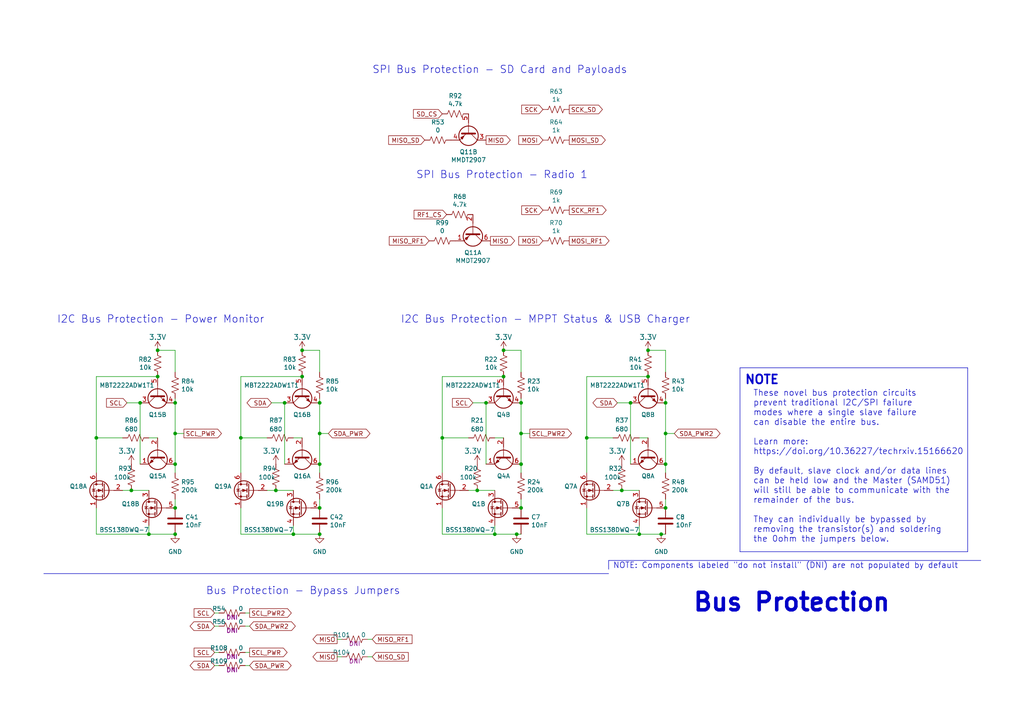
<source format=kicad_sch>
(kicad_sch (version 20231120) (generator "eeschema") (generator_version "8.0")
  (paper "A4")
  (title_block (title "PyCubed Mainboard") (date "2024-05-14") (rev "v06b") (company "Stanford Student Space Initiative") (comment 1 "Ethan Brinser"))
  (lib_symbols
    (symbol "Device:C" (pin_numbers hide) (pin_names (offset 0.254))
      (property "Reference" "C" (at 0.635 2.54 0))
      (property "Value" "C" (at 0.635 -2.54 0))
      (symbol "C_0_1"
        (polyline (pts (xy -2.032 -0.762) (xy 2.032 -0.762)) (stroke (width 0.508)))
        (polyline (pts (xy -2.032 0.762) (xy 2.032 0.762)) (stroke (width 0.508)))
      )
      (symbol "C_1_1"
        (pin passive line (at 0 3.81 270) (length 2.794) (name "~") (number "1"))
        (pin passive line (at 0 -3.81 90) (length 2.794) (name "~") (number "2"))
      )
    )
    (symbol "Device:R_US" (pin_numbers hide) (pin_names (offset 0))
      (property "Reference" "R" (at 2.54 0 90))
      (property "Value" "R_US" (at -2.54 0 90))
      (symbol "R_US_0_1"
        (polyline (pts (xy 0 -2.286) (xy 0 -2.54)))
        (polyline (pts (xy 0 2.286) (xy 0 2.54)))
        (polyline (pts (xy 0 -0.762) (xy 1.016 -1.143) (xy 0 -1.524) (xy -1.016 -1.905) (xy 0 -2.286)))
        (polyline (pts (xy 0 0.762) (xy 1.016 0.381) (xy 0 0) (xy -1.016 -0.381) (xy 0 -0.762)))
        (polyline (pts (xy 0 2.286) (xy 1.016 1.905) (xy 0 1.524) (xy -1.016 1.143) (xy 0 0.762)))
      )
      (symbol "R_US_1_1"
        (pin passive line (at 0 3.81 270) (length 1.27) (name "~") (number "1"))
        (pin passive line (at 0 -3.81 90) (length 1.27) (name "~") (number "2"))
      )
    )
    (symbol "Transistor_BJT:MBT2222ADW1T1" (pin_names (offset 0) hide)
      (property "Reference" "Q" (at 5.08 1.27 0))
      (property "Value" "MBT2222ADW1T1" (at 5.08 -1.27 0))
      (symbol "MBT2222ADW1T1_0_1"
        (polyline (pts (xy 0.635 0) (xy -2.54 0)))
        (polyline (pts (xy 0.635 0.635) (xy 2.54 2.54)))
        (polyline (pts (xy 0.635 -0.635) (xy 2.54 -2.54) (xy 2.54 -2.54)))
        (polyline (pts (xy 0.635 1.905) (xy 0.635 -1.905) (xy 0.635 -1.905)) (stroke (width 0.508)))
        (polyline (pts (xy 1.27 -1.778) (xy 1.778 -1.27) (xy 2.286 -2.286) (xy 1.27 -1.778) (xy 1.27 -1.778)) (fill (type outline)))
        (circle (center 1.27 0) (radius 2.8194) (stroke (width 0.254)))
      )
      (symbol "MBT2222ADW1T1_1_1"
        (pin passive line (at 2.54 -5.08 90) (length 2.54) (name "E1") (number "1"))
        (pin input line (at -5.08 0 0) (length 2.54) (name "B1") (number "2"))
        (pin passive line (at 2.54 5.08 270) (length 2.54) (name "C1") (number "6"))
      )
      (symbol "MBT2222ADW1T1_2_1"
        (pin passive line (at 2.54 5.08 270) (length 2.54) (name "C2") (number "3"))
        (pin passive line (at 2.54 -5.08 90) (length 2.54) (name "E2") (number "4"))
        (pin input line (at -5.08 0 0) (length 2.54) (name "B2") (number "5"))
      )
    )
    (symbol "power:+3.3V" (power) (pin_numbers hide) (pin_names (offset 0) hide)
      (property "Value" "+3.3V" (at 0 3.556 0))
      (symbol "+3.3V_0_1"
        (polyline (pts (xy -0.762 1.27) (xy 0 2.54)))
        (polyline (pts (xy 0 0) (xy 0 2.54)))
        (polyline (pts (xy 0 2.54) (xy 0.762 1.27)))
      )
      (symbol "+3.3V_1_1"
        (pin power_in line (at 0 0 90) (length 0) (name "~") (number "1"))
      )
    )
    (symbol "power:GND" (power) (pin_numbers hide) (pin_names (offset 0) hide)
      (property "Value" "GND" (at 0 -3.81 0))
      (symbol "GND_0_1"
        (polyline (pts (xy 0 0) (xy 0 -1.27) (xy 1.27 -1.27) (xy 0 -2.54) (xy -1.27 -1.27) (xy 0 -1.27)))
      )
      (symbol "GND_1_1"
        (pin power_in line (at 0 0 270) (length 0) (name "~") (number "1"))
      )
    )
    (symbol "ssi_transistor:BSS138DWQ-7" (pin_names (offset 0.762) hide)
      (property "Reference" "Q" (at -2.54 5.08 0))
      (property "Value" "BSS138DWQ-7" (at 3.81 6.35 0))
      (symbol "BSS138DWQ-7_1_1"
        (polyline (pts (xy -1.016 0) (xy -3.81 0)))
        (polyline (pts (xy -1.016 1.905) (xy -1.016 -1.905)) (stroke (width 0.254)))
        (polyline (pts (xy -0.508 -1.27) (xy -0.508 -2.286)) (stroke (width 0.254)))
        (polyline (pts (xy -0.508 0.508) (xy -0.508 -0.508)) (stroke (width 0.254)))
        (polyline (pts (xy -0.508 2.286) (xy -0.508 1.27)) (stroke (width 0.254)))
        (polyline (pts (xy 1.27 2.54) (xy 1.27 1.778)))
        (polyline (pts (xy 1.27 -2.54) (xy 1.27 0) (xy -0.508 0)))
        (polyline (pts (xy -0.508 -1.778) (xy 2.032 -1.778) (xy 2.032 1.778) (xy -0.508 1.778)))
        (polyline (pts (xy -0.254 0) (xy 0.762 0.381) (xy 0.762 -0.381) (xy -0.254 0)) (fill (type outline)))
        (polyline (pts (xy 1.524 0.508) (xy 1.651 0.381) (xy 2.413 0.381) (xy 2.54 0.254)))
        (polyline (pts (xy 2.032 0.381) (xy 1.651 -0.254) (xy 2.413 -0.254) (xy 2.032 0.381)))
        (circle (center 0.381 0) (radius 2.794) (stroke (width 0.254)))
        (circle (center 1.27 -1.778) (radius 0.254) (fill (type outline)))
        (circle (center 1.27 1.778) (radius 0.254) (fill (type outline)))
        (pin passive line (at 1.27 -5.08 90) (length 2.54) (name "S2") (number "1"))
        (pin input line (at -6.35 0 0) (length 2.54) (name "G2") (number "2"))
        (pin passive line (at 1.27 5.08 270) (length 2.54) (name "D1") (number "6"))
      )
      (symbol "BSS138DWQ-7_2_1"
        (polyline (pts (xy -1.016 0) (xy -3.81 0)))
        (polyline (pts (xy -1.016 1.905) (xy -1.016 -1.905)) (stroke (width 0.254)))
        (polyline (pts (xy -0.508 -1.27) (xy -0.508 -2.286)) (stroke (width 0.254)))
        (polyline (pts (xy -0.508 0.508) (xy -0.508 -0.508)) (stroke (width 0.254)))
        (polyline (pts (xy -0.508 2.286) (xy -0.508 1.27)) (stroke (width 0.254)))
        (polyline (pts (xy 1.27 2.54) (xy 1.27 1.778)))
        (polyline (pts (xy 1.27 -2.54) (xy 1.27 0) (xy -0.508 0)))
        (polyline (pts (xy -0.508 -1.778) (xy 2.032 -1.778) (xy 2.032 1.778) (xy -0.508 1.778)))
        (polyline (pts (xy -0.254 0) (xy 0.762 0.381) (xy 0.762 -0.381) (xy -0.254 0)) (fill (type outline)))
        (polyline (pts (xy 1.524 0.508) (xy 1.651 0.381) (xy 2.413 0.381) (xy 2.54 0.254)))
        (polyline (pts (xy 2.032 0.381) (xy 1.651 -0.254) (xy 2.413 -0.254) (xy 2.032 0.381)))
        (circle (center 0.381 0) (radius 2.794) (stroke (width 0.254)))
        (circle (center 1.27 -1.778) (radius 0.254) (fill (type outline)))
        (circle (center 1.27 1.778) (radius 0.254) (fill (type outline)))
        (pin passive line (at 1.27 5.08 270) (length 2.54) (name "D2") (number "3"))
        (pin passive line (at 1.27 -5.08 90) (length 2.54) (name "S1") (number "4"))
        (pin input line (at -6.35 0 0) (length 2.54) (name "G1") (number "5"))
      )
    )
    (symbol "ssi_transistor:MMDT2907" (pin_names (offset 0) hide)
      (property "Reference" "Q" (at 5.08 1.27 0))
      (property "Value" "MMDT2907" (at 5.08 -1.27 0))
      (symbol "MMDT2907_0_1"
        (polyline (pts (xy 0.635 0) (xy -2.54 0)))
        (polyline (pts (xy 0.635 0.635) (xy 2.54 2.54)))
        (polyline (pts (xy 0.635 -0.635) (xy 2.54 -2.54) (xy 2.54 -2.54)))
        (polyline (pts (xy 0.635 1.905) (xy 0.635 -1.905) (xy 0.635 -1.905)) (stroke (width 0.508)))
        (polyline (pts (xy 2.286 -1.778) (xy 1.778 -2.286) (xy 1.27 -1.27) (xy 2.286 -1.778) (xy 2.286 -1.778)) (fill (type outline)))
        (circle (center 1.27 0) (radius 2.8194) (stroke (width 0.254)))
      )
      (symbol "MMDT2907_1_1"
        (pin passive line (at 2.54 -5.08 90) (length 2.54) (name "E1") (number "1"))
        (pin input line (at -5.08 0 0) (length 2.54) (name "B1") (number "2"))
        (pin passive line (at 2.54 5.08 270) (length 2.54) (name "C1") (number "6"))
      )
      (symbol "MMDT2907_2_1"
        (pin passive line (at 2.54 5.08 270) (length 2.54) (name "C2") (number "3"))
        (pin passive line (at 2.54 -5.08 90) (length 2.54) (name "E2") (number "4"))
        (pin input line (at -5.08 0 0) (length 2.54) (name "B2") (number "5"))
      )
    )
  )
  (junction (at 92.71 125.73))
  (junction (at 140.97 116.84))
  (junction (at 50.8 116.84))
  (junction (at 92.71 116.84))
  (junction (at 92.71 147.32))
  (junction (at 187.96 109.22))
  (junction (at 193.04 147.32))
  (junction (at 38.1 142.24))
  (junction (at 80.01 142.24))
  (junction (at 146.05 109.22))
  (junction (at 193.04 116.84))
  (junction (at 149.86 154.94))
  (junction (at 50.8 125.73))
  (junction (at 128.27 127))
  (junction (at 151.13 134.62))
  (junction (at 170.18 127))
  (junction (at 191.77 154.94))
  (junction (at 151.13 116.84))
  (junction (at 92.71 154.94))
  (junction (at 87.63 109.22))
  (junction (at 92.71 134.62))
  (junction (at 87.63 101.6))
  (junction (at 69.85 127))
  (junction (at 82.55 116.84))
  (junction (at 138.43 142.24))
  (junction (at 40.64 116.84))
  (junction (at 151.13 147.32))
  (junction (at 50.8 154.94))
  (junction (at 180.34 142.24))
  (junction (at 45.72 101.6))
  (junction (at 45.72 109.22))
  (junction (at 187.96 101.6))
  (junction (at 193.04 134.62))
  (junction (at 50.8 134.62))
  (junction (at 193.04 125.73))
  (junction (at 85.09 154.94))
  (junction (at 143.51 154.94))
  (junction (at 182.88 116.84))
  (junction (at 151.13 125.73))
  (junction (at 185.42 154.94))
  (junction (at 43.18 154.94))
  (junction (at 146.05 101.6))
  (junction (at 50.8 147.32))
  (junction (at 27.94 127))
  (wire (pts (xy 128.27 147.32) (xy 128.27 154.94)))
  (wire (pts (xy 151.13 115.57) (xy 151.13 116.84)))
  (polyline (pts (xy 176.53 165.1) (xy 176.53 162.56)))
  (wire (pts (xy 193.04 115.57) (xy 193.04 116.84)))
  (wire (pts (xy 170.18 127) (xy 170.18 109.22)))
  (wire (pts (xy 128.27 154.94) (xy 143.51 154.94)))
  (wire (pts (xy 92.71 101.6) (xy 87.63 101.6)))
  (wire (pts (xy 107.95 185.42) (xy 106.68 185.42)))
  (wire (pts (xy 153.67 125.73) (xy 151.13 125.73)))
  (wire (pts (xy 50.8 137.16) (xy 50.8 134.62)))
  (wire (pts (xy 137.16 116.84) (xy 140.97 116.84)))
  (wire (pts (xy 170.18 109.22) (xy 187.96 109.22)))
  (wire (pts (xy 69.85 137.16) (xy 69.85 127)))
  (wire (pts (xy 180.34 142.24) (xy 177.8 142.24)))
  (wire (pts (xy 185.42 154.94) (xy 191.77 154.94)))
  (wire (pts (xy 62.23 177.8) (xy 63.5 177.8)))
  (wire (pts (xy 50.8 134.62) (xy 50.8 125.73)))
  (wire (pts (xy 38.1 142.24) (xy 35.56 142.24)))
  (wire (pts (xy 128.27 127) (xy 135.89 127)))
  (wire (pts (xy 107.95 190.5) (xy 106.68 190.5)))
  (wire (pts (xy 92.71 144.78) (xy 92.71 147.32)))
  (wire (pts (xy 151.13 107.95) (xy 151.13 101.6)))
  (wire (pts (xy 36.83 116.84) (xy 40.64 116.84)))
  (wire (pts (xy 85.09 152.4) (xy 85.09 154.94)))
  (wire (pts (xy 27.94 137.16) (xy 27.94 127)))
  (wire (pts (xy 27.94 127) (xy 27.94 109.22)))
  (wire (pts (xy 193.04 144.78) (xy 193.04 147.32)))
  (wire (pts (xy 138.43 142.24) (xy 135.89 142.24)))
  (wire (pts (xy 72.39 193.04) (xy 71.12 193.04)))
  (wire (pts (xy 151.13 125.73) (xy 151.13 116.84)))
  (wire (pts (xy 146.05 127) (xy 143.51 127)))
  (wire (pts (xy 170.18 137.16) (xy 170.18 127)))
  (wire (pts (xy 143.51 152.4) (xy 143.51 154.94)))
  (wire (pts (xy 151.13 144.78) (xy 151.13 147.32)))
  (wire (pts (xy 170.18 147.32) (xy 170.18 154.94)))
  (wire (pts (xy 193.04 101.6) (xy 187.96 101.6)))
  (wire (pts (xy 62.23 193.04) (xy 63.5 193.04)))
  (wire (pts (xy 80.01 142.24) (xy 77.47 142.24)))
  (wire (pts (xy 85.09 142.24) (xy 80.01 142.24)))
  (polyline (pts (xy 280.67 160.02) (xy 280.67 106.68)))
  (wire (pts (xy 45.72 127) (xy 43.18 127)))
  (wire (pts (xy 193.04 134.62) (xy 193.04 125.73)))
  (polyline (pts (xy 280.67 106.68) (xy 214.63 106.68)))
  (wire (pts (xy 69.85 127) (xy 69.85 109.22)))
  (wire (pts (xy 69.85 127) (xy 77.47 127)))
  (wire (pts (xy 97.79 190.5) (xy 99.06 190.5)))
  (wire (pts (xy 69.85 109.22) (xy 87.63 109.22)))
  (wire (pts (xy 43.18 142.24) (xy 38.1 142.24)))
  (wire (pts (xy 50.8 144.78) (xy 50.8 147.32)))
  (wire (pts (xy 185.42 152.4) (xy 185.42 154.94)))
  (wire (pts (xy 140.97 116.84) (xy 140.97 134.62)))
  (polyline (pts (xy 176.53 162.56) (xy 284.48 162.56)))
  (wire (pts (xy 195.58 125.73) (xy 193.04 125.73)))
  (wire (pts (xy 149.86 154.94) (xy 151.13 154.94)))
  (wire (pts (xy 151.13 134.62) (xy 151.13 125.73)))
  (polyline (pts (xy 214.63 106.68) (xy 214.63 160.02)))
  (wire (pts (xy 193.04 125.73) (xy 193.04 116.84)))
  (wire (pts (xy 128.27 137.16) (xy 128.27 127)))
  (wire (pts (xy 92.71 107.95) (xy 92.71 101.6)))
  (wire (pts (xy 72.39 181.61) (xy 71.12 181.61)))
  (wire (pts (xy 50.8 115.57) (xy 50.8 116.84)))
  (wire (pts (xy 97.79 185.42) (xy 99.06 185.42)))
  (wire (pts (xy 40.64 116.84) (xy 40.64 134.62)))
  (wire (pts (xy 193.04 137.16) (xy 193.04 134.62)))
  (wire (pts (xy 185.42 142.24) (xy 180.34 142.24)))
  (wire (pts (xy 151.13 137.16) (xy 151.13 134.62)))
  (wire (pts (xy 72.39 189.23) (xy 71.12 189.23)))
  (wire (pts (xy 92.71 115.57) (xy 92.71 116.84)))
  (wire (pts (xy 69.85 154.94) (xy 85.09 154.94)))
  (wire (pts (xy 27.94 147.32) (xy 27.94 154.94)))
  (wire (pts (xy 27.94 109.22) (xy 45.72 109.22)))
  (wire (pts (xy 72.39 177.8) (xy 71.12 177.8)))
  (wire (pts (xy 27.94 154.94) (xy 43.18 154.94)))
  (wire (pts (xy 92.71 137.16) (xy 92.71 134.62)))
  (wire (pts (xy 85.09 154.94) (xy 92.71 154.94)))
  (wire (pts (xy 62.23 181.61) (xy 63.5 181.61)))
  (wire (pts (xy 182.88 116.84) (xy 182.88 134.62)))
  (wire (pts (xy 50.8 107.95) (xy 50.8 101.6)))
  (wire (pts (xy 128.27 127) (xy 128.27 109.22)))
  (wire (pts (xy 95.25 125.73) (xy 92.71 125.73)))
  (wire (pts (xy 43.18 152.4) (xy 43.18 154.94)))
  (wire (pts (xy 78.74 116.84) (xy 82.55 116.84)))
  (wire (pts (xy 151.13 101.6) (xy 146.05 101.6)))
  (wire (pts (xy 92.71 125.73) (xy 92.71 116.84)))
  (wire (pts (xy 170.18 154.94) (xy 185.42 154.94)))
  (polyline (pts (xy 12.7 166.37) (xy 176.53 166.37)))
  (wire (pts (xy 170.18 127) (xy 177.8 127)))
  (wire (pts (xy 143.51 142.24) (xy 138.43 142.24)))
  (wire (pts (xy 128.27 109.22) (xy 146.05 109.22)))
  (wire (pts (xy 69.85 147.32) (xy 69.85 154.94)))
  (wire (pts (xy 53.34 125.73) (xy 50.8 125.73)))
  (wire (pts (xy 82.55 116.84) (xy 82.55 134.62)))
  (wire (pts (xy 50.8 125.73) (xy 50.8 116.84)))
  (wire (pts (xy 50.8 101.6) (xy 45.72 101.6)))
  (wire (pts (xy 193.04 107.95) (xy 193.04 101.6)))
  (wire (pts (xy 43.18 154.94) (xy 50.8 154.94)))
  (wire (pts (xy 87.63 127) (xy 85.09 127)))
  (polyline (pts (xy 214.63 160.02) (xy 280.67 160.02)))
  (wire (pts (xy 62.23 189.23) (xy 63.5 189.23)))
  (wire (pts (xy 143.51 154.94) (xy 149.86 154.94)))
  (wire (pts (xy 187.96 127) (xy 185.42 127)))
  (wire (pts (xy 27.94 127) (xy 35.56 127)))
  (wire (pts (xy 92.71 134.62) (xy 92.71 125.73)))
  (wire (pts (xy 179.07 116.84) (xy 182.88 116.84)))
  (wire (pts (xy 191.77 154.94) (xy 193.04 154.94)))
  (text "Bus Protection - Bypass Jumpers" (at 59.69 172.72 0) (effects (font (size 2.159 2.159)) (justify left bottom)))
  (text "I2C Bus Protection - MPPT Status & USB Charger" (at 116.205 93.98 0) (effects (font (size 2.159 2.159)) (justify left bottom)))
  (text "SPI Bus Protection - Radio 1" (at 120.65 52.07 0) (effects (font (size 2.159 2.159)) (justify left bottom)))
  (text "These novel bus protection circuits\nprevent traditional I2C/SPI failure \nmodes where a single slave failure\ncan disable the entire bus.\n\nLearn more: \nhttps://doi.org/10.36227/techrxiv.15166620\n\nBy default, slave clock and/or data lines \ncan be held low and the Master (SAMD51) \nwill still be able to communicate with the \nremainder of the bus.\n\nThey can individually be bypassed by \nremoving the transistor(s) and soldering\nthe 0ohm the jumpers below." (at 218.44 157.48 0) (effects (font (size 1.7526 1.7526)) (justify left bottom)))
  (text "SPI Bus Protection - SD Card and Payloads" (at 107.95 21.59 0) (effects (font (size 2.159 2.159)) (justify left bottom)))
  (text "NOTE: Components labeled \"do not install\" (DNI) are not populated by default" (at 177.8 165.1 0) (effects (font (size 1.651 1.651)) (justify left bottom)))
  (text "Bus Protection" (at 200.66 177.8 0) (effects (font (size 5.08 5.08) (thickness 1.016) (bold yes)) (justify left bottom)))
  (text "NOTE" (at 215.9 111.76 0) (effects (font (size 2.54 2.54) (thickness 0.508) (bold yes)) (justify left bottom)))
  (text "I2C Bus Protection - Power Monitor" (at 16.51 93.98 0) (effects (font (size 2.159 2.159)) (justify left bottom)))
  (global_label "SCL" (shape input) (at 137.16 116.84 180) (property "Intersheetrefs" "${INTERSHEET_REFS}" (effects (hide yes))))
  (global_label "MISO_SD" (shape input) (at 107.95 190.5 0) (property "Intersheetrefs" "${INTERSHEET_REFS}" (effects (hide yes))))
  (global_label "SDA_PWR2" (shape bidirectional) (at 195.58 125.73 0) (property "Intersheetrefs" "${INTERSHEET_REFS}" (effects (hide yes))))
  (global_label "MISO_SD" (shape input) (at 123.19 40.64 180) (property "Intersheetrefs" "${INTERSHEET_REFS}" (effects (hide yes))))
  (global_label "SDA" (shape bidirectional) (at 62.23 181.61 180) (property "Intersheetrefs" "${INTERSHEET_REFS}" (effects (hide yes))))
  (global_label "SCK_RF1" (shape output) (at 165.1 60.96 0) (property "Intersheetrefs" "${INTERSHEET_REFS}" (effects (hide yes))))
  (global_label "SD_CS" (shape input) (at 128.27 33.02 180) (property "Intersheetrefs" "${INTERSHEET_REFS}" (effects (hide yes))))
  (global_label "SCK" (shape input) (at 157.48 60.96 180) (property "Intersheetrefs" "${INTERSHEET_REFS}" (effects (hide yes))))
  (global_label "SCL_PWR" (shape output) (at 72.39 189.23 0) (property "Intersheetrefs" "${INTERSHEET_REFS}" (effects (hide yes))))
  (global_label "MISO" (shape output) (at 97.79 190.5 180) (property "Intersheetrefs" "${INTERSHEET_REFS}" (effects (hide yes))))
  (global_label "SCK" (shape input) (at 157.48 31.75 180) (property "Intersheetrefs" "${INTERSHEET_REFS}" (effects (hide yes))))
  (global_label "MOSI_SD" (shape output) (at 165.1 40.64 0) (property "Intersheetrefs" "${INTERSHEET_REFS}" (effects (hide yes))))
  (global_label "SCL_PWR2" (shape output) (at 153.67 125.73 0) (property "Intersheetrefs" "${INTERSHEET_REFS}" (effects (hide yes))))
  (global_label "MISO_RF1" (shape input) (at 124.46 69.85 180) (property "Intersheetrefs" "${INTERSHEET_REFS}" (effects (hide yes))))
  (global_label "SCK_SD" (shape output) (at 165.1 31.75 0) (property "Intersheetrefs" "${INTERSHEET_REFS}" (effects (hide yes))))
  (global_label "MOSI_RF1" (shape output) (at 165.1 69.85 0) (property "Intersheetrefs" "${INTERSHEET_REFS}" (effects (hide yes))))
  (global_label "SCL" (shape input) (at 62.23 177.8 180) (property "Intersheetrefs" "${INTERSHEET_REFS}" (effects (hide yes))))
  (global_label "SDA" (shape bidirectional) (at 179.07 116.84 180) (property "Intersheetrefs" "${INTERSHEET_REFS}" (effects (hide yes))))
  (global_label "SDA" (shape bidirectional) (at 78.74 116.84 180) (property "Intersheetrefs" "${INTERSHEET_REFS}" (effects (hide yes))))
  (global_label "RF1_CS" (shape input) (at 129.54 62.23 180) (property "Intersheetrefs" "${INTERSHEET_REFS}" (effects (hide yes))))
  (global_label "MISO" (shape output) (at 142.24 69.85 0) (property "Intersheetrefs" "${INTERSHEET_REFS}" (effects (hide yes))))
  (global_label "SCL_PWR2" (shape output) (at 72.39 177.8 0) (property "Intersheetrefs" "${INTERSHEET_REFS}" (effects (hide yes))))
  (global_label "MISO" (shape output) (at 140.97 40.64 0) (property "Intersheetrefs" "${INTERSHEET_REFS}" (effects (hide yes))))
  (global_label "MOSI" (shape input) (at 157.48 40.64 180) (property "Intersheetrefs" "${INTERSHEET_REFS}" (effects (hide yes))))
  (global_label "MISO" (shape output) (at 97.79 185.42 180) (property "Intersheetrefs" "${INTERSHEET_REFS}" (effects (hide yes))))
  (global_label "SCL" (shape input) (at 62.23 189.23 180) (property "Intersheetrefs" "${INTERSHEET_REFS}" (effects (hide yes))))
  (global_label "SCL" (shape input) (at 36.83 116.84 180) (property "Intersheetrefs" "${INTERSHEET_REFS}" (effects (hide yes))))
  (global_label "SDA_PWR" (shape bidirectional) (at 95.25 125.73 0) (property "Intersheetrefs" "${INTERSHEET_REFS}" (effects (hide yes))))
  (global_label "SCL_PWR" (shape output) (at 53.34 125.73 0) (property "Intersheetrefs" "${INTERSHEET_REFS}" (effects (hide yes))))
  (global_label "SDA_PWR" (shape bidirectional) (at 72.39 193.04 0) (property "Intersheetrefs" "${INTERSHEET_REFS}" (effects (hide yes))))
  (global_label "MOSI" (shape input) (at 157.48 69.85 180) (property "Intersheetrefs" "${INTERSHEET_REFS}" (effects (hide yes))))
  (global_label "MISO_RF1" (shape input) (at 107.95 185.42 0) (property "Intersheetrefs" "${INTERSHEET_REFS}" (effects (hide yes))))
  (global_label "SDA" (shape bidirectional) (at 62.23 193.04 180) (property "Intersheetrefs" "${INTERSHEET_REFS}" (effects (hide yes))))
  (global_label "SDA_PWR2" (shape bidirectional) (at 72.39 181.61 0) (property "Intersheetrefs" "${INTERSHEET_REFS}" (effects (hide yes))))
  (symbol (lib_id "Transistor_BJT:MBT2222ADW1T1") (at 45.72 114.3 90) (mirror x) (unit 2)
    (property "Reference" "Q15" (at 45.72 120.269 90))
    (property "Value" "MBT2222ADW1T1" (at 36.83 111.76 90))
    (property "Footprint" "Package_TO_SOT_SMD:SOT-363_SC-70-6" (effects (hide yes)))
    (property "Datasheet" "http://www.onsemi.com/pub_link/Collateral/MBT2222ADW1T1-D.PDF" (effects (hide yes)))
    (property "Description" "Dual NPN BJT - 2NPN" (effects (hide yes)))
    (property "Flight" "MBT2222ADW1T1G" (effects (hide yes)))
    (property "Manufacturer_Name" "ON Semiconductor" (effects (hide yes)))
    (property "Manufacturer_Part_Number" "MBT2222ADW1T1G" (effects (hide yes)))
    (property "Proto" "MBT2222ADW1T1G" (effects (hide yes)))
  )
  (symbol (lib_id "Device:C") (at 50.8 151.13 0) (unit 1)
    (property "Reference" "C41" (at 53.721 149.9616 0) (effects (justify left)))
    (property "Value" "10nF" (at 53.721 152.273 0) (effects (justify left)))
    (property "Footprint" "Capacitor_SMD:C_0603_1608Metric" (effects (hide yes)))
    (property "Description" "10nF +-10% 50V X7R" (effects (hide yes)))
  )
  (symbol (lib_id "Device:R_US") (at 45.72 105.41 0) (unit 1)
    (property "Reference" "R82" (at 44.0182 104.2416 0) (effects (justify right)))
    (property "Value" "10k" (at 44.0182 106.553 0) (effects (justify right)))
    (property "Footprint" "Resistor_SMD:R_0603_1608Metric" (effects (hide yes)))
    (property "Description" "10K 0603" (effects (hide yes)))
  )
  (symbol (lib_id "power:+3.3V") (at 45.72 101.6 0) (unit 1)
    (property "Reference" "#P+012" (effects (hide yes)))
    (property "Value" "3.3V" (at 45.72 97.79 0) (effects (font (size 1.4986 1.4986))))
    (property "Description" "Power symbol creates a global label with name \"+3.3V\"" (effects (hide yes)))
  )
  (symbol (lib_id "Device:R_US") (at 39.37 127 270) (unit 1)
    (property "Reference" "R86" (at 38.1 121.92 90))
    (property "Value" "680" (at 38.1 124.46 90))
    (property "Footprint" "Resistor_SMD:R_0603_1608Metric" (effects (hide yes)))
    (property "Description" "680 0603" (effects (hide yes)))
  )
  (symbol (lib_id "ssi_transistor:BSS138DWQ-7") (at 44.45 147.32 0) (mirror y) (unit 2)
    (property "Reference" "Q18" (at 40.513 146.1516 0) (effects (justify left)))
    (property "Value" "BSS138DWQ-7" (effects (hide yes)))
    (property "Footprint" "ssi_transistor:BSS138DWQ-7" (effects (hide yes)))
    (property "Datasheet" "https://www.diodes.com/assets/Datasheets/BSS138DWQ.pdf" (effects (hide yes)))
    (property "Description" "MOSFET BSS Family" (effects (hide yes)))
    (property "Flight" "BSS138DWQ-7" (effects (hide yes)))
    (property "Manufacturer_Name" "Diodes Inc." (effects (hide yes)))
    (property "Manufacturer_Part_Number" "BSS138DWQ-7" (effects (hide yes)))
    (property "Proto" "BSS138DWQ-7" (effects (hide yes)))
    (property "Height" "1.1" (effects (hide yes)))
    (property "Mouser Part Number" "621-BSS138DWQ-7" (effects (hide yes)))
    (property "Mouser Price/Stock" "https://www.mouser.co.uk/ProductDetail/Diodes-Incorporated/BSS138DWQ-7?qs=nJRy1mI8RR9wz3YdMQOQIA%3D%3D" (effects (hide yes)))
  )
  (symbol (lib_id "Device:R_US") (at 50.8 140.97 0) (unit 1)
    (property "Reference" "R95" (at 52.5272 139.8016 0) (effects (justify left)))
    (property "Value" "200k" (at 52.5272 142.113 0) (effects (justify left)))
    (property "Footprint" "Resistor_SMD:R_0603_1608Metric" (effects (hide yes)))
    (property "Description" "200K 0603" (effects (hide yes)))
  )
  (symbol (lib_id "power:+3.3V") (at 38.1 134.62 0) (unit 1)
    (property "Reference" "#P+017" (effects (hide yes)))
    (property "Value" "3.3V" (at 36.83 130.81 0) (effects (font (size 1.4986 1.4986))))
    (property "Description" "Power symbol creates a global label with name \"+3.3V\"" (effects (hide yes)))
  )
  (symbol (lib_id "Device:R_US") (at 38.1 138.43 0) (unit 1)
    (property "Reference" "R93" (at 34.29 135.89 0) (effects (justify left)))
    (property "Value" "100k" (at 33.02 138.43 0) (effects (justify left)))
    (property "Footprint" "Resistor_SMD:R_0603_1608Metric" (effects (hide yes)))
    (property "Description" "100K 0603" (effects (hide yes)))
  )
  (symbol (lib_id "ssi_transistor:BSS138DWQ-7") (at 29.21 142.24 0) (mirror y) (unit 1)
    (property "Reference" "Q18" (at 25.273 141.0716 0) (effects (justify left)))
    (property "Value" "BSS138DWQ-7" (at 43.18 153.67 0) (effects (justify left)))
    (property "Footprint" "ssi_transistor:BSS138DWQ-7" (effects (hide yes)))
    (property "Datasheet" "https://www.diodes.com/assets/Datasheets/BSS138DWQ.pdf" (effects (hide yes)))
    (property "Description" "MOSFET BSS Family" (effects (hide yes)))
    (property "Flight" "BSS138DWQ-7" (effects (hide yes)))
    (property "Manufacturer_Name" "Diodes Inc." (effects (hide yes)))
    (property "Manufacturer_Part_Number" "BSS138DWQ-7" (effects (hide yes)))
    (property "Proto" "BSS138DWQ-7" (effects (hide yes)))
    (property "Height" "1.1" (effects (hide yes)))
    (property "Mouser Part Number" "621-BSS138DWQ-7" (effects (hide yes)))
    (property "Mouser Price/Stock" "https://www.mouser.co.uk/ProductDetail/Diodes-Incorporated/BSS138DWQ-7?qs=nJRy1mI8RR9wz3YdMQOQIA%3D%3D" (effects (hide yes)))
  )
  (symbol (lib_id "Device:R_US") (at 50.8 111.76 0) (unit 1)
    (property "Reference" "R84" (at 52.5272 110.5916 0) (effects (justify left)))
    (property "Value" "10k" (at 52.5272 112.903 0) (effects (justify left)))
    (property "Footprint" "Resistor_SMD:R_0603_1608Metric" (effects (hide yes)))
    (property "Description" "10K 0603" (effects (hide yes)))
  )
  (symbol (lib_id "Transistor_BJT:MBT2222ADW1T1") (at 87.63 114.3 90) (mirror x) (unit 2)
    (property "Reference" "Q16" (at 87.63 120.269 90))
    (property "Value" "MBT2222ADW1T1" (at 78.74 111.76 90))
    (property "Footprint" "Package_TO_SOT_SMD:SOT-363_SC-70-6" (effects (hide yes)))
    (property "Datasheet" "http://www.onsemi.com/pub_link/Collateral/MBT2222ADW1T1-D.PDF" (effects (hide yes)))
    (property "Description" "Dual NPN BJT - 2NPN" (effects (hide yes)))
    (property "Flight" "MBT2222ADW1T1G" (effects (hide yes)))
    (property "Manufacturer_Name" "ON Semiconductor" (effects (hide yes)))
    (property "Manufacturer_Part_Number" "MBT2222ADW1T1G" (effects (hide yes)))
    (property "Proto" "MBT2222ADW1T1G" (effects (hide yes)))
  )
  (symbol (lib_id "Device:C") (at 92.71 151.13 0) (unit 1)
    (property "Reference" "C42" (at 95.631 149.9616 0) (effects (justify left)))
    (property "Value" "10nF" (at 95.631 152.273 0) (effects (justify left)))
    (property "Footprint" "Capacitor_SMD:C_0603_1608Metric" (effects (hide yes)))
    (property "Description" "10nF +-10% 50V X7R" (effects (hide yes)))
  )
  (symbol (lib_id "Device:R_US") (at 87.63 105.41 0) (unit 1)
    (property "Reference" "R83" (at 85.9282 104.2416 0) (effects (justify right)))
    (property "Value" "10k" (at 85.9282 106.553 0) (effects (justify right)))
    (property "Footprint" "Resistor_SMD:R_0603_1608Metric" (effects (hide yes)))
    (property "Description" "10K 0603" (effects (hide yes)))
  )
  (symbol (lib_id "power:+3.3V") (at 87.63 101.6 0) (unit 1)
    (property "Reference" "#P+013" (effects (hide yes)))
    (property "Value" "3.3V" (at 87.63 97.79 0) (effects (font (size 1.4986 1.4986))))
    (property "Description" "Power symbol creates a global label with name \"+3.3V\"" (effects (hide yes)))
  )
  (symbol (lib_id "Device:R_US") (at 81.28 127 270) (unit 1)
    (property "Reference" "R87" (at 80.01 121.92 90))
    (property "Value" "680" (at 80.01 124.46 90))
    (property "Footprint" "Resistor_SMD:R_0603_1608Metric" (effects (hide yes)))
    (property "Description" "680 0603" (effects (hide yes)))
  )
  (symbol (lib_id "ssi_transistor:BSS138DWQ-7") (at 86.36 147.32 0) (mirror y) (unit 2)
    (property "Reference" "Q19" (at 82.423 146.1516 0) (effects (justify left)))
    (property "Value" "BSS138DWQ-7" (effects (hide yes)))
    (property "Footprint" "ssi_transistor:BSS138DWQ-7" (effects (hide yes)))
    (property "Datasheet" "https://www.diodes.com/assets/Datasheets/BSS138DWQ.pdf" (effects (hide yes)))
    (property "Description" "MOSFET BSS Family" (effects (hide yes)))
    (property "Flight" "BSS138DWQ-7" (effects (hide yes)))
    (property "Manufacturer_Name" "Diodes Inc." (effects (hide yes)))
    (property "Manufacturer_Part_Number" "BSS138DWQ-7" (effects (hide yes)))
    (property "Proto" "BSS138DWQ-7" (effects (hide yes)))
    (property "Height" "1.1" (effects (hide yes)))
    (property "Mouser Part Number" "621-BSS138DWQ-7" (effects (hide yes)))
    (property "Mouser Price/Stock" "https://www.mouser.co.uk/ProductDetail/Diodes-Incorporated/BSS138DWQ-7?qs=nJRy1mI8RR9wz3YdMQOQIA%3D%3D" (effects (hide yes)))
  )
  (symbol (lib_id "Device:R_US") (at 92.71 140.97 0) (unit 1)
    (property "Reference" "R96" (at 94.4372 139.8016 0) (effects (justify left)))
    (property "Value" "200k" (at 94.4372 142.113 0) (effects (justify left)))
    (property "Footprint" "Resistor_SMD:R_0603_1608Metric" (effects (hide yes)))
    (property "Description" "200K 0603" (effects (hide yes)))
  )
  (symbol (lib_id "power:+3.3V") (at 80.01 134.62 0) (unit 1)
    (property "Reference" "#P+018" (effects (hide yes)))
    (property "Value" "3.3V" (at 78.74 130.81 0) (effects (font (size 1.4986 1.4986))))
    (property "Description" "Power symbol creates a global label with name \"+3.3V\"" (effects (hide yes)))
  )
  (symbol (lib_id "Device:R_US") (at 80.01 138.43 0) (unit 1)
    (property "Reference" "R94" (at 76.2 135.89 0) (effects (justify left)))
    (property "Value" "100k" (at 74.93 138.43 0) (effects (justify left)))
    (property "Footprint" "Resistor_SMD:R_0603_1608Metric" (effects (hide yes)))
    (property "Description" "100K 0603" (effects (hide yes)))
  )
  (symbol (lib_id "ssi_transistor:BSS138DWQ-7") (at 71.12 142.24 0) (mirror y) (unit 1)
    (property "Reference" "Q19" (at 67.183 141.0716 0) (effects (justify left)))
    (property "Value" "BSS138DWQ-7" (at 85.09 153.67 0) (effects (justify left)))
    (property "Footprint" "ssi_transistor:BSS138DWQ-7" (effects (hide yes)))
    (property "Datasheet" "https://www.diodes.com/assets/Datasheets/BSS138DWQ.pdf" (effects (hide yes)))
    (property "Description" "MOSFET BSS Family" (effects (hide yes)))
    (property "Flight" "BSS138DWQ-7" (effects (hide yes)))
    (property "Manufacturer_Name" "Diodes Inc." (effects (hide yes)))
    (property "Manufacturer_Part_Number" "BSS138DWQ-7" (effects (hide yes)))
    (property "Proto" "BSS138DWQ-7" (effects (hide yes)))
    (property "Height" "1.1" (effects (hide yes)))
    (property "Mouser Part Number" "621-BSS138DWQ-7" (effects (hide yes)))
    (property "Mouser Price/Stock" "https://www.mouser.co.uk/ProductDetail/Diodes-Incorporated/BSS138DWQ-7?qs=nJRy1mI8RR9wz3YdMQOQIA%3D%3D" (effects (hide yes)))
  )
  (symbol (lib_id "Device:R_US") (at 92.71 111.76 0) (unit 1)
    (property "Reference" "R85" (at 94.4372 110.5916 0) (effects (justify left)))
    (property "Value" "10k" (at 94.4372 112.903 0) (effects (justify left)))
    (property "Footprint" "Resistor_SMD:R_0603_1608Metric" (effects (hide yes)))
    (property "Description" "10K 0603" (effects (hide yes)))
  )
  (symbol (lib_id "Device:R_US") (at 133.35 62.23 270) (unit 1)
    (property "Reference" "R68" (at 133.35 57.023 90))
    (property "Value" "4.7k" (at 133.35 59.3344 90))
    (property "Footprint" "Resistor_SMD:R_0603_1608Metric" (effects (hide yes)))
    (property "Description" "4.7K 0603" (effects (hide yes)))
  )
  (symbol (lib_id "Device:R_US") (at 161.29 31.75 270) (unit 1)
    (property "Reference" "R63" (at 161.29 26.543 90))
    (property "Value" "1k" (at 161.29 28.8544 90))
    (property "Footprint" "Resistor_SMD:R_0603_1608Metric" (effects (hide yes)))
    (property "Description" "1K 0603" (effects (hide yes)))
  )
  (symbol (lib_id "Device:R_US") (at 161.29 60.96 270) (unit 1)
    (property "Reference" "R69" (at 161.29 55.753 90))
    (property "Value" "1k" (at 161.29 58.0644 90))
    (property "Footprint" "Resistor_SMD:R_0603_1608Metric" (effects (hide yes)))
    (property "Description" "1K 0603" (effects (hide yes)))
  )
  (symbol (lib_id "Device:R_US") (at 161.29 40.64 270) (unit 1)
    (property "Reference" "R64" (at 161.29 35.433 90))
    (property "Value" "1k" (at 161.29 37.7444 90))
    (property "Footprint" "Resistor_SMD:R_0603_1608Metric" (effects (hide yes)))
    (property "Description" "1K 0603" (effects (hide yes)))
  )
  (symbol (lib_id "Transistor_BJT:MBT2222ADW1T1") (at 45.72 132.08 270) (unit 1)
    (property "Reference" "Q15" (at 45.72 138.0744 90))
    (property "Value" "MBT2222ADW1T1" (effects (hide yes)))
    (property "Footprint" "Package_TO_SOT_SMD:SOT-363_SC-70-6" (effects (hide yes)))
    (property "Datasheet" "http://www.onsemi.com/pub_link/Collateral/MBT2222ADW1T1-D.PDF" (effects (hide yes)))
    (property "Description" "Dual NPN BJT - 2NPN" (effects (hide yes)))
    (property "Flight" "MBT2222ADW1T1G" (effects (hide yes)))
    (property "Manufacturer_Name" "ON Semiconductor" (effects (hide yes)))
    (property "Manufacturer_Part_Number" "MBT2222ADW1T1G" (effects (hide yes)))
    (property "Proto" "MBT2222ADW1T1G" (effects (hide yes)))
  )
  (symbol (lib_id "Transistor_BJT:MBT2222ADW1T1") (at 87.63 132.08 270) (unit 1)
    (property "Reference" "Q16" (at 87.63 138.0744 90))
    (property "Value" "MBT2222ADW1T1" (effects (hide yes)))
    (property "Footprint" "Package_TO_SOT_SMD:SOT-363_SC-70-6" (effects (hide yes)))
    (property "Datasheet" "http://www.onsemi.com/pub_link/Collateral/MBT2222ADW1T1-D.PDF" (effects (hide yes)))
    (property "Description" "Dual NPN BJT - 2NPN" (effects (hide yes)))
    (property "Flight" "MBT2222ADW1T1G" (effects (hide yes)))
    (property "Manufacturer_Name" "ON Semiconductor" (effects (hide yes)))
    (property "Manufacturer_Part_Number" "MBT2222ADW1T1G" (effects (hide yes)))
    (property "Proto" "MBT2222ADW1T1G" (effects (hide yes)))
  )
  (symbol (lib_id "Device:R_US") (at 67.31 193.04 270) (unit 1)
    (property "Reference" "R109" (at 63.5 191.77 90))
    (property "Value" "0" (at 69.85 191.77 90))
    (property "Footprint" "Resistor_SMD:R_0603_1608Metric" (effects (hide yes)))
    (property "Description" "0 0603" (effects (hide yes)))
    (property "DNI" "DNI" (at 67.31 194.31 90))
  )
  (symbol (lib_id "Device:R_US") (at 102.87 185.42 270) (unit 1)
    (property "Reference" "R101" (at 99.06 184.15 90))
    (property "Value" "0" (at 105.41 184.15 90))
    (property "Footprint" "Resistor_SMD:R_0603_1608Metric" (effects (hide yes)))
    (property "Description" "0 0603" (effects (hide yes)))
    (property "DNI" "DNI" (at 102.87 186.69 90))
  )
  (symbol (lib_id "Device:R_US") (at 102.87 190.5 270) (unit 1)
    (property "Reference" "R104" (at 99.06 189.23 90))
    (property "Value" "0" (at 105.41 189.23 90))
    (property "Footprint" "Resistor_SMD:R_0603_1608Metric" (effects (hide yes)))
    (property "Description" "0 0603" (effects (hide yes)))
    (property "DNI" "DNI" (at 102.87 191.77 90))
  )
  (symbol (lib_id "Device:R_US") (at 67.31 189.23 270) (unit 1)
    (property "Reference" "R108" (at 63.5 187.96 90))
    (property "Value" "0" (at 69.85 187.96 90))
    (property "Footprint" "Resistor_SMD:R_0603_1608Metric" (effects (hide yes)))
    (property "Description" "0 0603" (effects (hide yes)))
    (property "DNI" "DNI" (at 67.31 190.5 90))
  )
  (symbol (lib_id "Device:R_US") (at 128.27 69.85 270) (unit 1)
    (property "Reference" "R99" (at 128.27 64.643 90))
    (property "Value" "0" (at 128.27 66.9544 90))
    (property "Footprint" "Resistor_SMD:R_0603_1608Metric" (effects (hide yes)))
    (property "Description" "0 0603" (effects (hide yes)))
  )
  (symbol (lib_id "Device:R_US") (at 161.29 69.85 90) (unit 1)
    (property "Reference" "R70" (at 161.29 64.643 90))
    (property "Value" "1k" (at 161.29 66.9544 90))
    (property "Footprint" "Resistor_SMD:R_0603_1608Metric" (effects (hide yes)))
    (property "Description" "1K 0603" (effects (hide yes)))
  )
  (symbol (lib_id "Device:R_US") (at 127 40.64 270) (unit 1)
    (property "Reference" "R53" (at 127 35.433 90))
    (property "Value" "0" (at 127 37.7444 90))
    (property "Footprint" "Resistor_SMD:R_0603_1608Metric" (effects (hide yes)))
    (property "Description" "0 0603" (effects (hide yes)))
  )
  (symbol (lib_id "Device:R_US") (at 132.08 33.02 270) (unit 1)
    (property "Reference" "R92" (at 132.08 27.813 90))
    (property "Value" "4.7k" (at 132.08 30.1244 90))
    (property "Footprint" "Resistor_SMD:R_0603_1608Metric" (effects (hide yes)))
    (property "Description" "4.7k 0603" (effects (hide yes)))
  )
  (symbol (lib_id "ssi_transistor:MMDT2907") (at 137.16 67.31 270) (unit 1)
    (property "Reference" "Q11" (at 137.16 73.279 90))
    (property "Value" "MMDT2907" (at 137.16 75.5904 90))
    (property "Footprint" "Package_TO_SOT_SMD:SOT-363_SC-70-6" (effects (hide yes)))
    (property "Datasheet" "https://www.diodes.com/assets/Datasheets/MMDT2907AQ.pdf" (effects (hide yes)))
    (property "Description" "600mA IC, 60V Vce, Dual PNP/PNP Transistors, SOT-363" (effects (hide yes)))
    (property "Flight" "MMDT2907AQ-7-F" (effects (hide yes)))
    (property "Manufacturer_Name" "Diodes Incorporated" (effects (hide yes)))
    (property "Manufacturer_Part_Number" "MMDT2907AQ-7-F" (effects (hide yes)))
    (property "Proto" "MMDT2907A" (effects (hide yes)))
  )
  (symbol (lib_id "ssi_transistor:MMDT2907") (at 135.89 38.1 270) (unit 2)
    (property "Reference" "Q11" (at 135.89 44.069 90))
    (property "Value" "MMDT2907" (at 135.89 46.3804 90))
    (property "Footprint" "Package_TO_SOT_SMD:SOT-363_SC-70-6" (effects (hide yes)))
    (property "Datasheet" "https://www.diodes.com/assets/Datasheets/MMDT2907AQ.pdf" (effects (hide yes)))
    (property "Description" "600mA IC, 60V Vce, Dual PNP/PNP Transistors, SOT-363" (effects (hide yes)))
    (property "Flight" "MMDT2907AQ-7-F" (effects (hide yes)))
    (property "Manufacturer_Name" "Diodes Incorporated" (effects (hide yes)))
    (property "Manufacturer_Part_Number" "MMDT2907AQ-7-F" (effects (hide yes)))
    (property "Proto" "MMDT2907A" (effects (hide yes)))
  )
  (symbol (lib_id "Device:R_US") (at 67.31 177.8 270) (unit 1)
    (property "Reference" "R54" (at 63.5 176.53 90))
    (property "Value" "0" (at 69.85 176.53 90))
    (property "Footprint" "Resistor_SMD:R_0603_1608Metric" (effects (hide yes)))
    (property "Description" "0 0603" (effects (hide yes)))
    (property "DNI" "DNI" (at 67.31 179.07 90))
  )
  (symbol (lib_id "Transistor_BJT:MBT2222ADW1T1") (at 146.05 132.08 270) (unit 1)
    (property "Reference" "Q4" (at 146.05 138.0744 90))
    (property "Value" "MBT2222ADW1T1" (effects (hide yes)))
    (property "Footprint" "Package_TO_SOT_SMD:SOT-363_SC-70-6" (effects (hide yes)))
    (property "Datasheet" "http://www.onsemi.com/pub_link/Collateral/MBT2222ADW1T1-D.PDF" (effects (hide yes)))
    (property "Description" "Dual NPN BJT - 2NPN" (effects (hide yes)))
    (property "Flight" "MBT2222ADW1T1G" (effects (hide yes)))
    (property "Manufacturer_Name" "ON Semiconductor" (effects (hide yes)))
    (property "Manufacturer_Part_Number" "MBT2222ADW1T1G" (effects (hide yes)))
    (property "Proto" "MBT2222ADW1T1G" (effects (hide yes)))
  )
  (symbol (lib_id "Device:R_US") (at 193.04 111.76 0) (unit 1)
    (property "Reference" "R43" (at 194.7672 110.5916 0) (effects (justify left)))
    (property "Value" "10k" (at 194.7672 112.903 0) (effects (justify left)))
    (property "Footprint" "Resistor_SMD:R_0603_1608Metric" (effects (hide yes)))
    (property "Description" "10K 0603" (effects (hide yes)))
  )
  (symbol (lib_id "power:+3.3V") (at 180.34 134.62 0) (unit 1)
    (property "Reference" "#P+04" (effects (hide yes)))
    (property "Value" "3.3V" (at 179.07 130.81 0) (effects (font (size 1.4986 1.4986))))
    (property "Description" "Power symbol creates a global label with name \"+3.3V\"" (effects (hide yes)))
  )
  (symbol (lib_id "power:+3.3V") (at 138.43 134.62 0) (unit 1)
    (property "Reference" "#P+02" (effects (hide yes)))
    (property "Value" "3.3V" (at 137.16 130.81 0) (effects (font (size 1.4986 1.4986))))
    (property "Description" "Power symbol creates a global label with name \"+3.3V\"" (effects (hide yes)))
  )
  (symbol (lib_id "ssi_transistor:BSS138DWQ-7") (at 144.78 147.32 0) (mirror y) (unit 2)
    (property "Reference" "Q1" (at 140.843 146.1516 0) (effects (justify left)))
    (property "Value" "BSS138DWQ-7" (effects (hide yes)))
    (property "Footprint" "ssi_transistor:BSS138DWQ-7" (effects (hide yes)))
    (property "Datasheet" "https://www.diodes.com/assets/Datasheets/BSS138DWQ.pdf" (effects (hide yes)))
    (property "Description" "MOSFET BSS Family" (effects (hide yes)))
    (property "Flight" "BSS138DWQ-7" (effects (hide yes)))
    (property "Manufacturer_Name" "Diodes Inc." (effects (hide yes)))
    (property "Manufacturer_Part_Number" "BSS138DWQ-7" (effects (hide yes)))
    (property "Proto" "BSS138DWQ-7" (effects (hide yes)))
    (property "Height" "1.1" (effects (hide yes)))
    (property "Mouser Part Number" "621-BSS138DWQ-7" (effects (hide yes)))
    (property "Mouser Price/Stock" "https://www.mouser.co.uk/ProductDetail/Diodes-Incorporated/BSS138DWQ-7?qs=nJRy1mI8RR9wz3YdMQOQIA%3D%3D" (effects (hide yes)))
  )
  (symbol (lib_id "ssi_transistor:BSS138DWQ-7") (at 171.45 142.24 0) (mirror y) (unit 1)
    (property "Reference" "Q7" (at 167.513 141.0716 0) (effects (justify left)))
    (property "Value" "BSS138DWQ-7" (at 185.42 153.67 0) (effects (justify left)))
    (property "Footprint" "ssi_transistor:BSS138DWQ-7" (effects (hide yes)))
    (property "Datasheet" "https://www.diodes.com/assets/Datasheets/BSS138DWQ.pdf" (effects (hide yes)))
    (property "Description" "MOSFET BSS Family" (effects (hide yes)))
    (property "Flight" "BSS138DWQ-7" (effects (hide yes)))
    (property "Manufacturer_Name" "Diodes Inc." (effects (hide yes)))
    (property "Manufacturer_Part_Number" "BSS138DWQ-7" (effects (hide yes)))
    (property "Proto" "BSS138DWQ-7" (effects (hide yes)))
    (property "Height" "1.1" (effects (hide yes)))
    (property "Mouser Part Number" "621-BSS138DWQ-7" (effects (hide yes)))
    (property "Mouser Price/Stock" "https://www.mouser.co.uk/ProductDetail/Diodes-Incorporated/BSS138DWQ-7?qs=nJRy1mI8RR9wz3YdMQOQIA%3D%3D" (effects (hide yes)))
  )
  (symbol (lib_id "Device:R_US") (at 67.31 181.61 270) (unit 1)
    (property "Reference" "R56" (at 63.5 180.34 90))
    (property "Value" "0" (at 69.85 180.34 90))
    (property "Footprint" "Resistor_SMD:R_0603_1608Metric" (effects (hide yes)))
    (property "Description" "0 0603" (effects (hide yes)))
    (property "DNI" "DNI" (at 67.31 182.88 90))
  )
  (symbol (lib_id "Device:R_US") (at 187.96 105.41 0) (unit 1)
    (property "Reference" "R41" (at 186.2582 104.2416 0) (effects (justify right)))
    (property "Value" "10k" (at 186.2582 106.553 0) (effects (justify right)))
    (property "Footprint" "Resistor_SMD:R_0603_1608Metric" (effects (hide yes)))
    (property "Description" "10K 0603" (effects (hide yes)))
  )
  (symbol (lib_id "Device:R_US") (at 146.05 105.41 0) (unit 1)
    (property "Reference" "R22" (at 144.3482 104.2416 0) (effects (justify right)))
    (property "Value" "10k" (at 144.3482 106.553 0) (effects (justify right)))
    (property "Footprint" "Resistor_SMD:R_0603_1608Metric" (effects (hide yes)))
    (property "Description" "10K 0603" (effects (hide yes)))
  )
  (symbol (lib_id "Device:R_US") (at 151.13 111.76 0) (unit 1)
    (property "Reference" "R23" (at 152.8572 110.5916 0) (effects (justify left)))
    (property "Value" "10k" (at 152.8572 112.903 0) (effects (justify left)))
    (property "Footprint" "Resistor_SMD:R_0603_1608Metric" (effects (hide yes)))
    (property "Description" "10K 0603" (effects (hide yes)))
  )
  (symbol (lib_id "Device:C") (at 193.04 151.13 0) (unit 1)
    (property "Reference" "C8" (at 195.961 149.9616 0) (effects (justify left)))
    (property "Value" "10nF" (at 195.961 152.273 0) (effects (justify left)))
    (property "Footprint" "Capacitor_SMD:C_0603_1608Metric" (effects (hide yes)))
    (property "Description" "10nF +-10% 50V X7R" (effects (hide yes)))
  )
  (symbol (lib_id "Device:C") (at 151.13 151.13 0) (unit 1)
    (property "Reference" "C7" (at 154.051 149.9616 0) (effects (justify left)))
    (property "Value" "10nF" (at 154.051 152.273 0) (effects (justify left)))
    (property "Footprint" "Capacitor_SMD:C_0603_1608Metric" (effects (hide yes)))
    (property "Description" "10nF +-10% 50V X7R" (effects (hide yes)))
  )
  (symbol (lib_id "Transistor_BJT:MBT2222ADW1T1") (at 187.96 132.08 270) (unit 1)
    (property "Reference" "Q8" (at 187.96 138.0744 90))
    (property "Value" "MBT2222ADW1T1" (effects (hide yes)))
    (property "Footprint" "Package_TO_SOT_SMD:SOT-363_SC-70-6" (effects (hide yes)))
    (property "Datasheet" "http://www.onsemi.com/pub_link/Collateral/MBT2222ADW1T1-D.PDF" (effects (hide yes)))
    (property "Description" "Dual NPN BJT - 2NPN" (effects (hide yes)))
    (property "Flight" "MBT2222ADW1T1G" (effects (hide yes)))
    (property "Manufacturer_Name" "ON Semiconductor" (effects (hide yes)))
    (property "Manufacturer_Part_Number" "MBT2222ADW1T1G" (effects (hide yes)))
    (property "Proto" "MBT2222ADW1T1G" (effects (hide yes)))
  )
  (symbol (lib_id "Device:R_US") (at 139.7 127 270) (unit 1)
    (property "Reference" "R21" (at 138.43 121.92 90))
    (property "Value" "680" (at 138.43 124.46 90))
    (property "Footprint" "Resistor_SMD:R_0603_1608Metric" (effects (hide yes)))
    (property "Description" "680 0603" (effects (hide yes)))
  )
  (symbol (lib_id "power:+3.3V") (at 146.05 101.6 0) (unit 1)
    (property "Reference" "#P+03" (effects (hide yes)))
    (property "Value" "3.3V" (at 146.05 97.79 0) (effects (font (size 1.4986 1.4986))))
    (property "Description" "Power symbol creates a global label with name \"+3.3V\"" (effects (hide yes)))
  )
  (symbol (lib_id "power:GND") (at 50.8 154.94 0) (unit 1)
    (property "Reference" "#PWR052" (effects (hide yes)))
    (property "Value" "GND" (at 50.8 160.02 0))
  )
  (symbol (lib_id "power:GND") (at 191.77 154.94 0) (unit 1)
    (property "Reference" "#PWR055" (effects (hide yes)))
    (property "Value" "GND" (at 191.77 160.02 0))
  )
  (symbol (lib_id "Device:R_US") (at 193.04 140.97 0) (unit 1)
    (property "Reference" "R48" (at 194.7672 139.8016 0) (effects (justify left)))
    (property "Value" "200k" (at 194.7672 142.113 0) (effects (justify left)))
    (property "Footprint" "Resistor_SMD:R_0603_1608Metric" (effects (hide yes)))
    (property "Description" "200K 0603" (effects (hide yes)))
  )
  (symbol (lib_id "Transistor_BJT:MBT2222ADW1T1") (at 187.96 114.3 90) (mirror x) (unit 2)
    (property "Reference" "Q8" (at 187.96 120.269 90))
    (property "Value" "MBT2222ADW1T1" (at 179.07 111.76 90))
    (property "Footprint" "Package_TO_SOT_SMD:SOT-363_SC-70-6" (effects (hide yes)))
    (property "Datasheet" "http://www.onsemi.com/pub_link/Collateral/MBT2222ADW1T1-D.PDF" (effects (hide yes)))
    (property "Description" "Dual NPN BJT - 2NPN" (effects (hide yes)))
    (property "Flight" "MBT2222ADW1T1G" (effects (hide yes)))
    (property "Manufacturer_Name" "ON Semiconductor" (effects (hide yes)))
    (property "Manufacturer_Part_Number" "MBT2222ADW1T1G" (effects (hide yes)))
    (property "Proto" "MBT2222ADW1T1G" (effects (hide yes)))
  )
  (symbol (lib_id "Device:R_US") (at 151.13 140.97 0) (unit 1)
    (property "Reference" "R24" (at 152.8572 139.8016 0) (effects (justify left)))
    (property "Value" "200k" (at 152.8572 142.113 0) (effects (justify left)))
    (property "Footprint" "Resistor_SMD:R_0603_1608Metric" (effects (hide yes)))
    (property "Description" "200K 0603" (effects (hide yes)))
  )
  (symbol (lib_id "ssi_transistor:BSS138DWQ-7") (at 129.54 142.24 0) (mirror y) (unit 1)
    (property "Reference" "Q1" (at 125.603 141.0716 0) (effects (justify left)))
    (property "Value" "BSS138DWQ-7" (at 143.51 153.67 0) (effects (justify left)))
    (property "Footprint" "ssi_transistor:BSS138DWQ-7" (effects (hide yes)))
    (property "Datasheet" "https://www.diodes.com/assets/Datasheets/BSS138DWQ.pdf" (effects (hide yes)))
    (property "Description" "MOSFET BSS Family" (effects (hide yes)))
    (property "Flight" "BSS138DWQ-7" (effects (hide yes)))
    (property "Manufacturer_Name" "Diodes Inc." (effects (hide yes)))
    (property "Manufacturer_Part_Number" "BSS138DWQ-7" (effects (hide yes)))
    (property "Proto" "BSS138DWQ-7" (effects (hide yes)))
    (property "Height" "1.1" (effects (hide yes)))
    (property "Mouser Part Number" "621-BSS138DWQ-7" (effects (hide yes)))
    (property "Mouser Price/Stock" "https://www.mouser.co.uk/ProductDetail/Diodes-Incorporated/BSS138DWQ-7?qs=nJRy1mI8RR9wz3YdMQOQIA%3D%3D" (effects (hide yes)))
  )
  (symbol (lib_id "Transistor_BJT:MBT2222ADW1T1") (at 146.05 114.3 90) (mirror x) (unit 2)
    (property "Reference" "Q4" (at 146.05 120.269 90))
    (property "Value" "MBT2222ADW1T1" (at 137.16 111.76 90))
    (property "Footprint" "Package_TO_SOT_SMD:SOT-363_SC-70-6" (effects (hide yes)))
    (property "Datasheet" "http://www.onsemi.com/pub_link/Collateral/MBT2222ADW1T1-D.PDF" (effects (hide yes)))
    (property "Description" "Dual NPN BJT - 2NPN" (effects (hide yes)))
    (property "Flight" "MBT2222ADW1T1G" (effects (hide yes)))
    (property "Manufacturer_Name" "ON Semiconductor" (effects (hide yes)))
    (property "Manufacturer_Part_Number" "MBT2222ADW1T1G" (effects (hide yes)))
    (property "Proto" "MBT2222ADW1T1G" (effects (hide yes)))
  )
  (symbol (lib_id "power:GND") (at 149.86 154.94 0) (unit 1)
    (property "Reference" "#PWR054" (effects (hide yes)))
    (property "Value" "GND" (at 149.86 160.02 0))
  )
  (symbol (lib_id "Device:R_US") (at 180.34 138.43 0) (unit 1)
    (property "Reference" "R32" (at 176.53 135.89 0) (effects (justify left)))
    (property "Value" "100k" (at 175.26 138.43 0) (effects (justify left)))
    (property "Footprint" "Resistor_SMD:R_0603_1608Metric" (effects (hide yes)))
    (property "Description" "100K 0603" (effects (hide yes)))
  )
  (symbol (lib_id "ssi_transistor:BSS138DWQ-7") (at 186.69 147.32 0) (mirror y) (unit 2)
    (property "Reference" "Q7" (at 182.753 146.1516 0) (effects (justify left)))
    (property "Value" "BSS138DWQ-7" (effects (hide yes)))
    (property "Footprint" "ssi_transistor:BSS138DWQ-7" (effects (hide yes)))
    (property "Datasheet" "https://www.diodes.com/assets/Datasheets/BSS138DWQ.pdf" (effects (hide yes)))
    (property "Description" "MOSFET BSS Family" (effects (hide yes)))
    (property "Flight" "BSS138DWQ-7" (effects (hide yes)))
    (property "Manufacturer_Name" "Diodes Inc." (effects (hide yes)))
    (property "Manufacturer_Part_Number" "BSS138DWQ-7" (effects (hide yes)))
    (property "Proto" "BSS138DWQ-7" (effects (hide yes)))
    (property "Height" "1.1" (effects (hide yes)))
    (property "Mouser Part Number" "621-BSS138DWQ-7" (effects (hide yes)))
    (property "Mouser Price/Stock" "https://www.mouser.co.uk/ProductDetail/Diodes-Incorporated/BSS138DWQ-7?qs=nJRy1mI8RR9wz3YdMQOQIA%3D%3D" (effects (hide yes)))
  )
  (symbol (lib_id "power:GND") (at 92.71 154.94 0) (unit 1)
    (property "Reference" "#PWR053" (effects (hide yes)))
    (property "Value" "GND" (at 92.71 160.02 0))
  )
  (symbol (lib_id "Device:R_US") (at 138.43 138.43 0) (unit 1)
    (property "Reference" "R20" (at 134.62 135.89 0) (effects (justify left)))
    (property "Value" "100k" (at 133.35 138.43 0) (effects (justify left)))
    (property "Footprint" "Resistor_SMD:R_0603_1608Metric" (effects (hide yes)))
    (property "Description" "100K 0603" (effects (hide yes)))
  )
  (symbol (lib_id "power:+3.3V") (at 187.96 101.6 0) (unit 1)
    (property "Reference" "#P+05" (effects (hide yes)))
    (property "Value" "3.3V" (at 187.96 97.79 0) (effects (font (size 1.4986 1.4986))))
    (property "Description" "Power symbol creates a global label with name \"+3.3V\"" (effects (hide yes)))
  )
  (symbol (lib_id "Device:R_US") (at 181.61 127 270) (unit 1)
    (property "Reference" "R37" (at 180.34 121.92 90))
    (property "Value" "680" (at 180.34 124.46 90))
    (property "Footprint" "Resistor_SMD:R_0603_1608Metric" (effects (hide yes)))
    (property "Description" "680 0603" (effects (hide yes)))
  )
)
</source>
